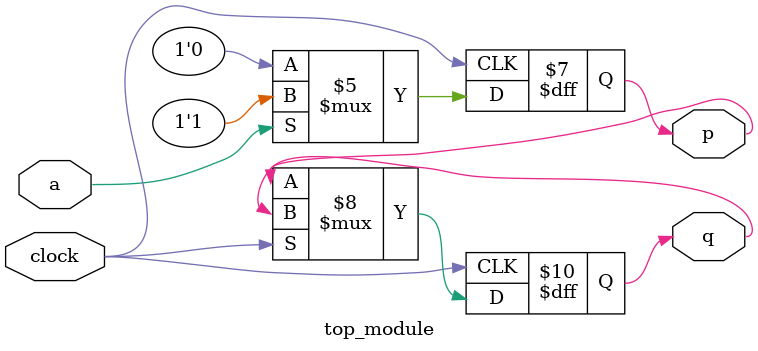
<source format=sv>
module top_module (
    input clock,
    input a, 
    output reg p,
    output reg q
);

    always @(posedge clock or negedge clock) begin
        if (!clock) begin
            q <= p;
        end
    end

    always @(posedge clock) begin
        if (a) begin
            p <= 1;
        end else begin
            p <= 0;
        end
    end
endmodule

</source>
